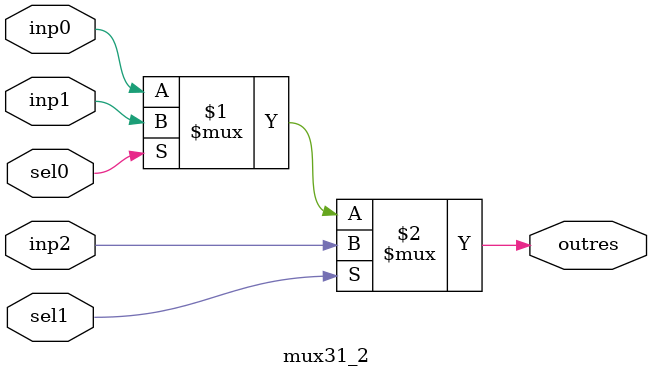
<source format=v>
module mux31_2(inp0,inp1,inp2,sel0,sel1, outres); 
  input inp0, inp1, inp2, sel0, sel1; 
  output outres; 
  
  assign outres = sel1 ? inp2 : (sel0 ? inp1 : inp0);
  
endmodule

</source>
